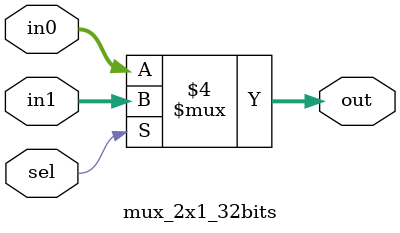
<source format=v>
/*
CO 224 (computer architecture) Lab 06 Task 01
Design: 32 bit 2:1 mux module
Author: Kalpage S.W.
Reg no: E/16/168
Date  : 31/05/2020
*/

`timescale  1ns/100ps

module mux_2x1_32bits(in0,in1,sel,out);

    //ports declaration
    input sel ;
    input [31:0] in0, in1 ;
    output [31:0] out ;

    reg out;

    always @ (in0, in1, sel)
    begin
        if (sel == 1'b1) begin
            out = in1;
        end else begin
            out = in0;
        end
    end

endmodule

</source>
